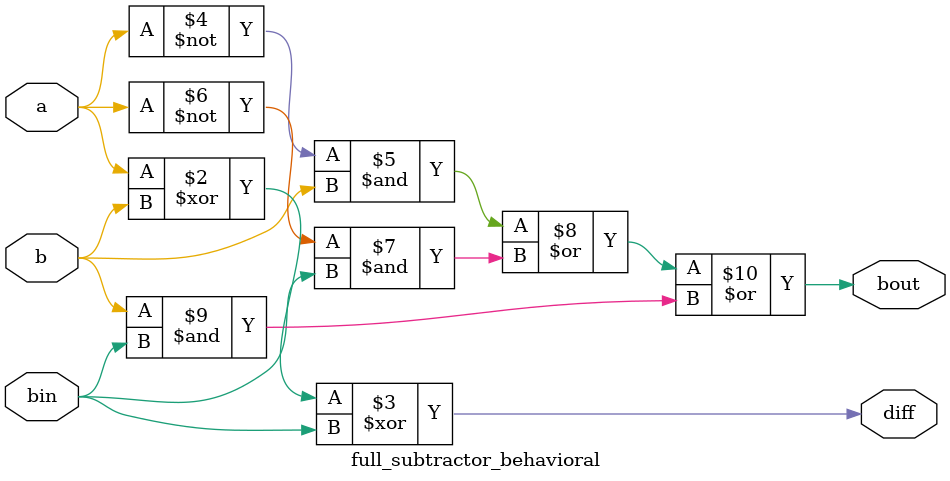
<source format=v>
`timescale 1ns/1ps
module full_subtractor_behavioral (
  input a,    // Input 'a'
  input b,    // Input 'b'
  input bin,  // Borrow-in 'bin'
  output reg diff,   // Output 'diff' (Difference)
  output reg bout // Output 'bout' (Borrow-out)
);

  // Combinational logic equations for difference and borrow-out
  always @(*) begin
    diff = a ^ b ^ bin;     // Difference
    bout = (~a & b) | (~a & bin) | (b & bin); // Borrow-out
  end

endmodule

</source>
